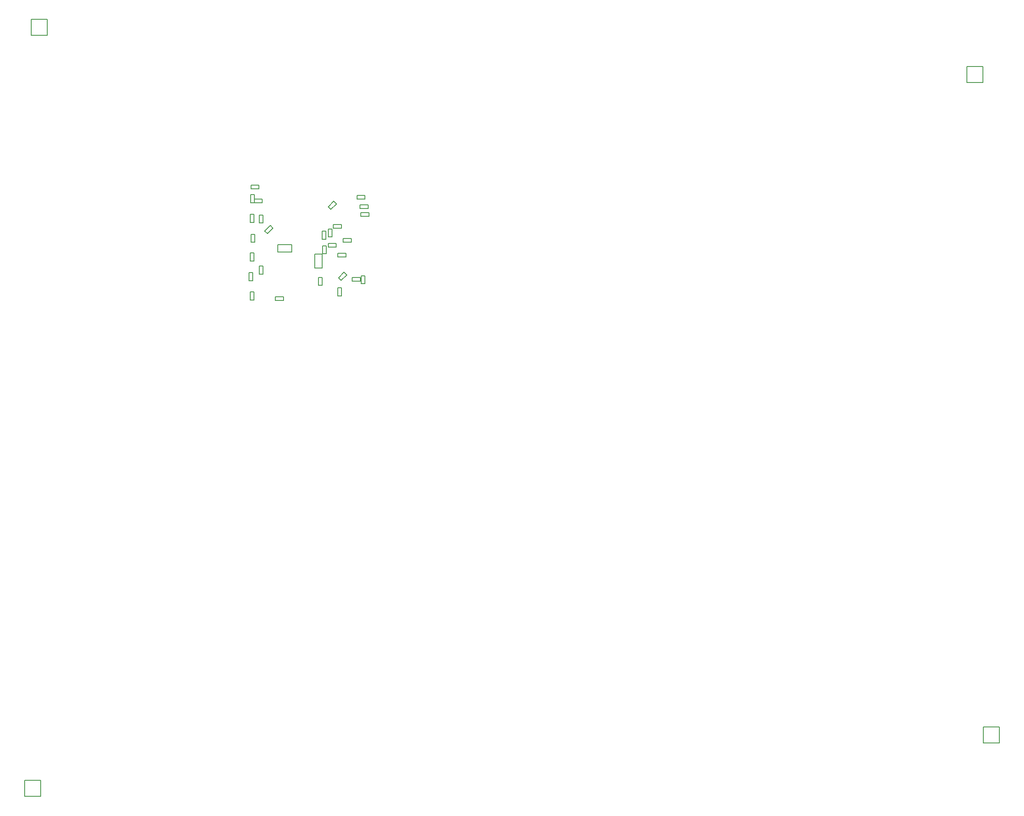
<source format=gbr>
G04*
G04 #@! TF.GenerationSoftware,Altium Limited,Altium Designer,22.11.1 (43)*
G04*
G04 Layer_Color=32896*
%FSLAX44Y44*%
%MOMM*%
G71*
G04*
G04 #@! TF.SameCoordinates,685F9FB9-B41E-4883-9AF5-229453B53175*
G04*
G04*
G04 #@! TF.FilePolarity,Positive*
G04*
G01*
G75*
%ADD89C,0.1270*%
%ADD125C,0.1999*%
D89*
X647883Y1181931D02*
X653271Y1176543D01*
X641597Y1164869D02*
X653271Y1176543D01*
X636209Y1170257D02*
X641597Y1164869D01*
X636209Y1170257D02*
X647883Y1181931D01*
X682939Y1158335D02*
X690559D01*
X682939D02*
Y1174845D01*
X690559D01*
Y1158335D02*
Y1174845D01*
X681255Y1163635D02*
Y1171255D01*
X664745Y1163635D02*
X681255D01*
X664745D02*
Y1171255D01*
X681255D01*
X682555Y1297445D02*
Y1305065D01*
X699065D01*
Y1297445D02*
Y1305065D01*
X682555Y1297445D02*
X699065D01*
X674300Y1333190D02*
Y1340810D01*
X690810D01*
Y1333190D02*
Y1340810D01*
X674300Y1333190D02*
X690810D01*
X697254Y1313047D02*
Y1320667D01*
X680744Y1313047D02*
X697254D01*
X680744D02*
Y1320667D01*
X697254D01*
X626743Y1328531D02*
X632131Y1323143D01*
X620457Y1311469D02*
X632131Y1323143D01*
X615069Y1316857D02*
X620457Y1311469D01*
X615069Y1316857D02*
X626743Y1328531D01*
X642300Y1273190D02*
Y1280810D01*
X625790Y1273190D02*
X642300D01*
X625790D02*
Y1280810D01*
X642300D01*
X662655Y1243745D02*
Y1251365D01*
X646145Y1243745D02*
X662655D01*
X646145D02*
Y1251365D01*
X662655D01*
X651700Y1213590D02*
Y1221210D01*
X635190Y1213590D02*
X651700D01*
X635190D02*
Y1221210D01*
X651700D01*
X595190Y1154745D02*
X602810D01*
X595190D02*
Y1171255D01*
X602810D01*
Y1154745D02*
Y1171255D01*
X635190Y1133145D02*
X642810D01*
X635190D02*
Y1149655D01*
X642810D01*
Y1133145D02*
Y1149655D01*
X506300Y1124110D02*
Y1131730D01*
X522810D01*
Y1124110D02*
Y1131730D01*
X506300Y1124110D02*
X522810D01*
X454190Y1124745D02*
X461810D01*
X454190D02*
Y1141255D01*
X461810D01*
Y1124745D02*
Y1141255D01*
X473190Y1178190D02*
X480810D01*
X473190D02*
Y1194700D01*
X480810D01*
Y1178190D02*
Y1194700D01*
X452190Y1164745D02*
X459810D01*
X452190D02*
Y1181255D01*
X459810D01*
Y1164745D02*
Y1181255D01*
X454190Y1205190D02*
X461810D01*
X454190D02*
Y1221700D01*
X461810D01*
Y1205190D02*
Y1221700D01*
X456145Y1243745D02*
X463765D01*
X456145D02*
Y1260255D01*
X463765D01*
Y1243745D02*
Y1260255D01*
X484469Y1266857D02*
X489857Y1261469D01*
X484469Y1266857D02*
X496143Y1278531D01*
X501531Y1273143D01*
X489857Y1261469D02*
X501531Y1273143D01*
X473190Y1300255D02*
X480810D01*
Y1283745D02*
Y1300255D01*
X473190Y1283745D02*
X480810D01*
X473190D02*
Y1300255D01*
X454190Y1284745D02*
X461810D01*
X454190D02*
Y1301255D01*
X461810D01*
Y1284745D02*
Y1301255D01*
X615190Y1254683D02*
X622810D01*
X615190D02*
Y1271193D01*
X622810D01*
Y1254683D02*
Y1271193D01*
X603041Y1250238D02*
X610661D01*
X603041D02*
Y1266748D01*
X610661D01*
Y1250238D02*
Y1266748D01*
X603190Y1236762D02*
X610810D01*
Y1220252D02*
Y1236762D01*
X603190Y1220252D02*
X610810D01*
X603190D02*
Y1236762D01*
X631700Y1233590D02*
Y1241210D01*
X615190Y1233590D02*
X631700D01*
X615190D02*
Y1241210D01*
X631700D01*
X456145Y1354190D02*
Y1361810D01*
X472655D01*
Y1354190D02*
Y1361810D01*
X456145Y1354190D02*
X472655D01*
X455284Y1325665D02*
X462904D01*
X455284D02*
Y1342175D01*
X462904D01*
Y1325665D02*
Y1342175D01*
X462745Y1325665D02*
Y1333285D01*
X479255D01*
Y1325665D02*
Y1333285D01*
X462745Y1325665D02*
X479255D01*
X1930908Y1573022D02*
X1963928D01*
X1930908Y1606042D02*
X1963928D01*
Y1573022D02*
Y1606042D01*
X1930908Y1573022D02*
Y1606042D01*
X1965198Y211328D02*
X1998218D01*
X1965198Y244348D02*
X1998218D01*
Y211328D02*
Y244348D01*
X1965198Y211328D02*
Y244348D01*
X-10160Y101092D02*
X22860D01*
X-10160Y134112D02*
X22860D01*
Y101092D02*
Y134112D01*
X-10160Y101092D02*
Y134112D01*
X3048Y1670304D02*
X36068D01*
X3048Y1703324D02*
X36068D01*
Y1670304D02*
Y1703324D01*
X3048Y1670304D02*
Y1703324D01*
D125*
X540351Y1223380D02*
Y1238620D01*
X511649Y1223380D02*
X540351D01*
X511649D02*
Y1238620D01*
X540351D01*
X587436Y1190402D02*
X602676D01*
X587436D02*
Y1219103D01*
X602676D01*
Y1190402D02*
Y1219103D01*
M02*

</source>
